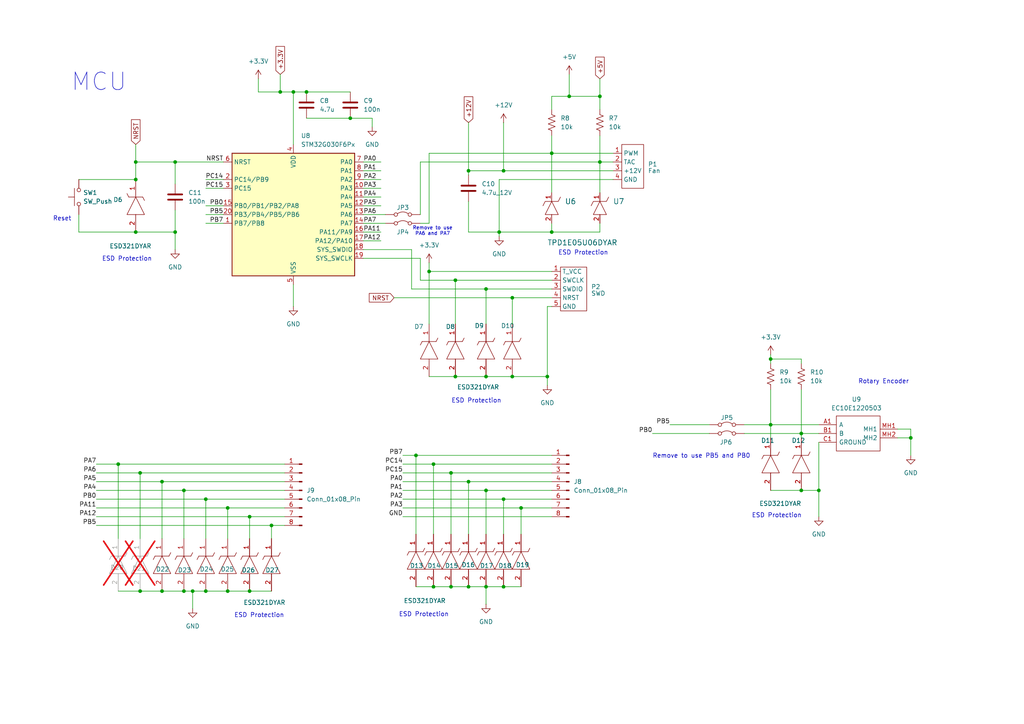
<source format=kicad_sch>
(kicad_sch (version 20231120) (generator "eeschema") (generator_version "8.0")
  (paper "A4")
  (title_block (title "PC Fan Control") (rev "v01") (comment 2 "Author: Simon Chang"))
  (junction (at 132.08 109.22))
  (junction (at 46.99 139.7))
  (junction (at 173.99 46.99))
  (junction (at 66.04 147.32))
  (junction (at 158.75 109.22))
  (junction (at 160.02 44.45))
  (junction (at 101.6 34.29))
  (junction (at 66.04 171.45))
  (junction (at 140.97 170.18))
  (junction (at 135.89 49.53))
  (junction (at 135.89 139.7))
  (junction (at 146.05 170.18))
  (junction (at 125.73 134.62))
  (junction (at 151.13 147.32))
  (junction (at 78.74 152.4))
  (junction (at 132.08 81.28))
  (junction (at 165.1 27.94))
  (junction (at 72.39 149.86))
  (junction (at 237.49 142.24))
  (junction (at 148.59 109.22))
  (junction (at 173.99 27.94))
  (junction (at 72.39 171.45))
  (junction (at 130.81 137.16))
  (junction (at 40.64 137.16))
  (junction (at 120.65 132.08))
  (junction (at 88.9 26.67))
  (junction (at 85.09 26.67))
  (junction (at 39.37 46.99))
  (junction (at 46.99 171.45))
  (junction (at 125.73 170.18))
  (junction (at 232.41 125.73))
  (junction (at 34.29 134.62))
  (junction (at 130.81 170.18))
  (junction (at 53.34 171.45))
  (junction (at 124.46 78.74))
  (junction (at 223.52 123.19))
  (junction (at 59.69 144.78))
  (junction (at 140.97 109.22))
  (junction (at 223.52 104.14))
  (junction (at 59.69 171.45))
  (junction (at 232.41 142.24))
  (junction (at 39.37 67.31))
  (junction (at 53.34 142.24))
  (junction (at 81.28 26.67))
  (junction (at 40.64 171.45))
  (junction (at 146.05 49.53))
  (junction (at 160.02 67.31))
  (junction (at 140.97 83.82))
  (junction (at 135.89 170.18))
  (junction (at 148.59 86.36))
  (junction (at 50.8 46.99))
  (junction (at 146.05 144.78))
  (junction (at 50.8 67.31))
  (junction (at 140.97 142.24))
  (junction (at 39.37 52.07))
  (junction (at 144.78 67.31))
  (junction (at 264.16 127))
  (junction (at 55.88 171.45))
  (wire (pts (xy 135.89 139.7) (xy 160.02 139.7)))
  (wire (pts (xy 124.46 64.77) (xy 124.46 44.45)))
  (wire (pts (xy 144.78 52.07) (xy 144.78 67.31)))
  (wire (pts (xy 232.41 113.03) (xy 232.41 125.73)))
  (wire (pts (xy 59.69 144.78) (xy 59.69 156.21)))
  (wire (pts (xy 66.04 147.32) (xy 66.04 156.21)))
  (wire (pts (xy 130.81 137.16) (xy 160.02 137.16)))
  (wire (pts (xy 59.69 64.77) (xy 64.77 64.77)))
  (wire (pts (xy 120.65 132.08) (xy 160.02 132.08)))
  (wire (pts (xy 160.02 27.94) (xy 165.1 27.94)))
  (wire (pts (xy 105.41 52.07) (xy 110.49 52.07)))
  (wire (pts (xy 85.09 26.67) (xy 88.9 26.67)))
  (wire (pts (xy 173.99 46.99) (xy 177.8 46.99)))
  (wire (pts (xy 105.41 54.61) (xy 110.49 54.61)))
  (wire (pts (xy 27.94 149.86) (xy 72.39 149.86)))
  (wire (pts (xy 39.37 41.91) (xy 39.37 46.99)))
  (wire (pts (xy 144.78 52.07) (xy 177.8 52.07)))
  (wire (pts (xy 132.08 81.28) (xy 160.02 81.28)))
  (wire (pts (xy 22.86 67.31) (xy 39.37 67.31)))
  (wire (pts (xy 72.39 149.86) (xy 72.39 156.21)))
  (wire (pts (xy 50.8 60.96) (xy 50.8 67.31)))
  (wire (pts (xy 27.94 137.16) (xy 40.64 137.16)))
  (wire (pts (xy 160.02 67.31) (xy 173.99 67.31)))
  (wire (pts (xy 135.89 170.18) (xy 140.97 170.18)))
  (wire (pts (xy 173.99 39.37) (xy 173.99 46.99)))
  (wire (pts (xy 101.6 34.29) (xy 107.95 34.29)))
  (wire (pts (xy 116.84 149.86) (xy 160.02 149.86)))
  (wire (pts (xy 120.65 132.08) (xy 120.65 154.94)))
  (wire (pts (xy 215.9 123.19) (xy 223.52 123.19)))
  (wire (pts (xy 148.59 86.36) (xy 160.02 86.36)))
  (wire (pts (xy 151.13 147.32) (xy 151.13 154.94)))
  (wire (pts (xy 160.02 44.45) (xy 160.02 55.88)))
  (wire (pts (xy 85.09 41.91) (xy 85.09 26.67)))
  (wire (pts (xy 59.69 52.07) (xy 64.77 52.07)))
  (wire (pts (xy 27.94 134.62) (xy 34.29 134.62)))
  (wire (pts (xy 140.97 170.18) (xy 140.97 175.26)))
  (wire (pts (xy 124.46 44.45) (xy 160.02 44.45)))
  (wire (pts (xy 223.52 113.03) (xy 223.52 123.19)))
  (wire (pts (xy 144.78 68.58) (xy 144.78 67.31)))
  (wire (pts (xy 34.29 171.45) (xy 40.64 171.45)))
  (wire (pts (xy 135.89 67.31) (xy 144.78 67.31)))
  (wire (pts (xy 46.99 139.7) (xy 46.99 156.21)))
  (wire (pts (xy 173.99 46.99) (xy 173.99 55.88)))
  (wire (pts (xy 260.35 124.46) (xy 264.16 124.46)))
  (wire (pts (xy 105.41 64.77) (xy 111.76 64.77)))
  (wire (pts (xy 105.41 59.69) (xy 110.49 59.69)))
  (wire (pts (xy 22.86 62.23) (xy 22.86 67.31)))
  (wire (pts (xy 125.73 134.62) (xy 125.73 154.94)))
  (wire (pts (xy 53.34 142.24) (xy 53.34 156.21)))
  (wire (pts (xy 119.38 83.82) (xy 119.38 72.39)))
  (wire (pts (xy 132.08 81.28) (xy 132.08 93.98)))
  (wire (pts (xy 148.59 86.36) (xy 148.59 93.98)))
  (wire (pts (xy 59.69 171.45) (xy 66.04 171.45)))
  (wire (pts (xy 223.52 123.19) (xy 223.52 127)))
  (wire (pts (xy 116.84 137.16) (xy 130.81 137.16)))
  (wire (pts (xy 151.13 147.32) (xy 160.02 147.32)))
  (wire (pts (xy 105.41 57.15) (xy 110.49 57.15)))
  (wire (pts (xy 105.41 67.31) (xy 110.49 67.31)))
  (wire (pts (xy 27.94 152.4) (xy 78.74 152.4)))
  (wire (pts (xy 135.89 35.56) (xy 135.89 49.53)))
  (wire (pts (xy 140.97 142.24) (xy 160.02 142.24)))
  (wire (pts (xy 130.81 170.18) (xy 125.73 170.18)))
  (wire (pts (xy 114.3 86.36) (xy 148.59 86.36)))
  (wire (pts (xy 140.97 83.82) (xy 160.02 83.82)))
  (wire (pts (xy 27.94 144.78) (xy 59.69 144.78)))
  (wire (pts (xy 223.52 104.14) (xy 223.52 105.41)))
  (wire (pts (xy 189.23 125.73) (xy 205.74 125.73)))
  (wire (pts (xy 72.39 171.45) (xy 78.74 171.45)))
  (wire (pts (xy 264.16 127) (xy 264.16 132.08)))
  (wire (pts (xy 124.46 109.22) (xy 132.08 109.22)))
  (wire (pts (xy 116.84 139.7) (xy 135.89 139.7)))
  (wire (pts (xy 81.28 21.59) (xy 81.28 26.67)))
  (wire (pts (xy 160.02 27.94) (xy 160.02 31.75)))
  (wire (pts (xy 40.64 171.45) (xy 46.99 171.45)))
  (wire (pts (xy 116.84 132.08) (xy 120.65 132.08)))
  (wire (pts (xy 53.34 142.24) (xy 82.55 142.24)))
  (wire (pts (xy 121.92 64.77) (xy 124.46 64.77)))
  (wire (pts (xy 59.69 144.78) (xy 82.55 144.78)))
  (wire (pts (xy 148.59 109.22) (xy 158.75 109.22)))
  (wire (pts (xy 40.64 137.16) (xy 40.64 156.21)))
  (wire (pts (xy 146.05 144.78) (xy 146.05 154.94)))
  (wire (pts (xy 144.78 67.31) (xy 160.02 67.31)))
  (wire (pts (xy 140.97 154.94) (xy 140.97 142.24)))
  (wire (pts (xy 130.81 154.94) (xy 130.81 137.16)))
  (wire (pts (xy 74.93 26.67) (xy 74.93 22.86)))
  (wire (pts (xy 27.94 147.32) (xy 66.04 147.32)))
  (wire (pts (xy 116.84 134.62) (xy 125.73 134.62)))
  (wire (pts (xy 158.75 88.9) (xy 158.75 109.22)))
  (wire (pts (xy 105.41 62.23) (xy 111.76 62.23)))
  (wire (pts (xy 88.9 26.67) (xy 101.6 26.67)))
  (wire (pts (xy 125.73 134.62) (xy 160.02 134.62)))
  (wire (pts (xy 173.99 22.86) (xy 173.99 27.94)))
  (wire (pts (xy 160.02 39.37) (xy 160.02 44.45)))
  (wire (pts (xy 232.41 104.14) (xy 232.41 105.41)))
  (wire (pts (xy 88.9 34.29) (xy 101.6 34.29)))
  (wire (pts (xy 160.02 88.9) (xy 158.75 88.9)))
  (wire (pts (xy 105.41 74.93) (xy 121.92 74.93)))
  (wire (pts (xy 232.41 127) (xy 232.41 125.73)))
  (wire (pts (xy 173.99 64.77) (xy 173.99 67.31)))
  (wire (pts (xy 39.37 46.99) (xy 50.8 46.99)))
  (wire (pts (xy 260.35 127) (xy 264.16 127)))
  (wire (pts (xy 121.92 81.28) (xy 132.08 81.28)))
  (wire (pts (xy 59.69 62.23) (xy 64.77 62.23)))
  (wire (pts (xy 124.46 76.2) (xy 124.46 78.74)))
  (wire (pts (xy 135.89 49.53) (xy 146.05 49.53)))
  (wire (pts (xy 50.8 53.34) (xy 50.8 46.99)))
  (wire (pts (xy 151.13 170.18) (xy 146.05 170.18)))
  (wire (pts (xy 165.1 21.59) (xy 165.1 27.94)))
  (wire (pts (xy 59.69 59.69) (xy 64.77 59.69)))
  (wire (pts (xy 237.49 142.24) (xy 237.49 149.86)))
  (wire (pts (xy 223.52 142.24) (xy 232.41 142.24)))
  (wire (pts (xy 78.74 152.4) (xy 82.55 152.4)))
  (wire (pts (xy 66.04 171.45) (xy 72.39 171.45)))
  (wire (pts (xy 215.9 125.73) (xy 232.41 125.73)))
  (wire (pts (xy 50.8 46.99) (xy 64.77 46.99)))
  (wire (pts (xy 125.73 170.18) (xy 120.65 170.18)))
  (wire (pts (xy 55.88 171.45) (xy 59.69 171.45)))
  (wire (pts (xy 124.46 78.74) (xy 160.02 78.74)))
  (wire (pts (xy 223.52 104.14) (xy 232.41 104.14)))
  (wire (pts (xy 39.37 46.99) (xy 39.37 52.07)))
  (wire (pts (xy 140.97 83.82) (xy 140.97 93.98)))
  (wire (pts (xy 223.52 123.19) (xy 237.49 123.19)))
  (wire (pts (xy 22.86 52.07) (xy 39.37 52.07)))
  (wire (pts (xy 146.05 144.78) (xy 160.02 144.78)))
  (wire (pts (xy 173.99 27.94) (xy 173.99 31.75)))
  (wire (pts (xy 135.89 139.7) (xy 135.89 154.94)))
  (wire (pts (xy 140.97 109.22) (xy 148.59 109.22)))
  (wire (pts (xy 194.31 123.19) (xy 205.74 123.19)))
  (wire (pts (xy 46.99 171.45) (xy 53.34 171.45)))
  (wire (pts (xy 105.41 46.99) (xy 110.49 46.99)))
  (wire (pts (xy 121.92 46.99) (xy 173.99 46.99)))
  (wire (pts (xy 223.52 102.87) (xy 223.52 104.14)))
  (wire (pts (xy 116.84 147.32) (xy 151.13 147.32)))
  (wire (pts (xy 146.05 49.53) (xy 177.8 49.53)))
  (wire (pts (xy 72.39 149.86) (xy 82.55 149.86)))
  (wire (pts (xy 66.04 147.32) (xy 82.55 147.32)))
  (wire (pts (xy 40.64 137.16) (xy 82.55 137.16)))
  (wire (pts (xy 232.41 142.24) (xy 237.49 142.24)))
  (wire (pts (xy 160.02 64.77) (xy 160.02 67.31)))
  (wire (pts (xy 85.09 26.67) (xy 81.28 26.67)))
  (wire (pts (xy 105.41 49.53) (xy 110.49 49.53)))
  (wire (pts (xy 59.69 54.61) (xy 64.77 54.61)))
  (wire (pts (xy 132.08 109.22) (xy 140.97 109.22)))
  (wire (pts (xy 53.34 171.45) (xy 55.88 171.45)))
  (wire (pts (xy 34.29 134.62) (xy 34.29 156.21)))
  (wire (pts (xy 121.92 62.23) (xy 121.92 46.99)))
  (wire (pts (xy 146.05 170.18) (xy 140.97 170.18)))
  (wire (pts (xy 55.88 171.45) (xy 55.88 176.53)))
  (wire (pts (xy 34.29 134.62) (xy 82.55 134.62)))
  (wire (pts (xy 116.84 144.78) (xy 146.05 144.78)))
  (wire (pts (xy 81.28 26.67) (xy 74.93 26.67)))
  (wire (pts (xy 121.92 74.93) (xy 121.92 81.28)))
  (wire (pts (xy 107.95 34.29) (xy 107.95 36.83)))
  (wire (pts (xy 232.41 125.73) (xy 237.49 125.73)))
  (wire (pts (xy 165.1 27.94) (xy 173.99 27.94)))
  (wire (pts (xy 27.94 142.24) (xy 53.34 142.24)))
  (wire (pts (xy 27.94 139.7) (xy 46.99 139.7)))
  (wire (pts (xy 46.99 139.7) (xy 82.55 139.7)))
  (wire (pts (xy 116.84 142.24) (xy 140.97 142.24)))
  (wire (pts (xy 135.89 58.42) (xy 135.89 67.31)))
  (wire (pts (xy 105.41 72.39) (xy 119.38 72.39)))
  (wire (pts (xy 160.02 44.45) (xy 177.8 44.45)))
  (wire (pts (xy 39.37 67.31) (xy 50.8 67.31)))
  (wire (pts (xy 78.74 152.4) (xy 78.74 156.21)))
  (wire (pts (xy 237.49 128.27) (xy 237.49 142.24)))
  (wire (pts (xy 119.38 83.82) (xy 140.97 83.82)))
  (wire (pts (xy 50.8 67.31) (xy 50.8 72.39)))
  (wire (pts (xy 85.09 82.55) (xy 85.09 88.9)))
  (wire (pts (xy 264.16 124.46) (xy 264.16 127)))
  (wire (pts (xy 158.75 109.22) (xy 158.75 111.76)))
  (wire (pts (xy 146.05 35.56) (xy 146.05 49.53)))
  (wire (pts (xy 105.41 69.85) (xy 110.49 69.85)))
  (wire (pts (xy 124.46 78.74) (xy 124.46 93.98)))
  (wire (pts (xy 135.89 49.53) (xy 135.89 50.8)))
  (wire (pts (xy 135.89 170.18) (xy 130.81 170.18)))
  (text "ESD Protection" (at 225.298 149.606 0) (effects (font (size 1.27 1.27))))
  (text "Remove to use\nPA6 and PA7" (at 125.476 67.056 0) (effects (font (size 1.016 1.016))))
  (text "ESD Protection" (at 138.176 116.332 0) (effects (font (size 1.27 1.27))))
  (text "Rotary Encoder" (at 256.286 110.744 0) (effects (font (size 1.27 1.27))))
  (text "MCU" (at 28.702 23.876 0) (effects (font (size 5.08 5.08))))
  (text "Remove to use PB5 and PB0" (at 203.454 132.334 0) (effects (font (size 1.27 1.27))))
  (text "ESD Protection" (at 122.936 178.308 0) (effects (font (size 1.27 1.27))))
  (text "ESD Protection" (at 169.164 73.406 0) (effects (font (size 1.27 1.27))))
  (text "ESD Protection" (at 36.83 75.184 0) (effects (font (size 1.27 1.27))))
  (text "ESD Protection" (at 75.184 178.562 0) (effects (font (size 1.27 1.27))))
  (text "Reset" (at 18.034 63.5 0) (effects (font (size 1.27 1.27))))
  (label "PC15" (at 64.77 54.61 180))
  (label "PA4" (at 105.41 57.15 0))
  (label "PB0" (at 64.77 59.69 180))
  (label "PB0" (at 189.23 125.73 180))
  (label "PA5" (at 27.94 139.7 180))
  (label "PA2" (at 105.41 52.07 0))
  (label "PA12" (at 105.41 69.85 0))
  (label "PB5" (at 27.94 152.4 180))
  (label "PA11" (at 27.94 147.32 180))
  (label "PA1" (at 105.41 49.53 0))
  (label "PA11" (at 105.41 67.31 0))
  (label "PA4" (at 27.94 142.24 180))
  (label "PA0" (at 116.84 139.7 180))
  (label "PB0" (at 27.94 144.78 180))
  (label "PA3" (at 116.84 147.32 180))
  (label "PB7" (at 116.84 132.08 180))
  (label "PC15" (at 116.84 137.16 180))
  (label "PB5" (at 194.31 123.19 180))
  (label "PA6" (at 27.94 137.16 180))
  (label "PA1" (at 116.84 142.24 180))
  (label "PA5" (at 105.41 59.69 0))
  (label "PB5" (at 64.77 62.23 180))
  (label "PA7" (at 27.94 134.62 180))
  (label "NRST" (at 64.77 46.99 180))
  (label "PA6" (at 105.41 62.23 0))
  (label "PC14" (at 116.84 134.62 180))
  (label "GND" (at 116.84 149.86 180))
  (label "PC14" (at 64.77 52.07 180))
  (label "PB7" (at 64.77 64.77 180))
  (label "PA0" (at 105.41 46.99 0))
  (label "PA3" (at 105.41 54.61 0))
  (label "PA2" (at 116.84 144.78 180))
  (label "PA7" (at 105.41 64.77 0))
  (label "PA12" (at 27.94 149.86 180))
  (global_label "NRST" (shape input) (at 39.37 41.91 90) (property "Intersheetrefs" "${INTERSHEET_REFS}" (effects (hide yes))))
  (global_label "+3.3V" (shape input) (at 81.28 21.59 90) (property "Intersheetrefs" "${INTERSHEET_REFS}" (effects (hide yes))))
  (global_label "NRST" (shape input) (at 114.3 86.36 180) (property "Intersheetrefs" "${INTERSHEET_REFS}" (effects (hide yes))))
  (global_label "+12V" (shape input) (at 135.89 35.56 90) (property "Intersheetrefs" "${INTERSHEET_REFS}" (effects (hide yes))))
  (global_label "+5V" (shape input) (at 173.99 22.86 90) (property "Intersheetrefs" "${INTERSHEET_REFS}" (effects (hide yes))))
  (symbol (lib_id "Device:C") (at 101.6 30.48 0) (unit 1)
    (property "Reference" "C9" (at 105.41 29.2099 0) (effects (justify left)))
    (property "Value" "100n" (at 105.41 31.7499 0) (effects (justify left)))
    (property "Footprint" "Capacitor_SMD:C_0805_2012Metric_Pad1.18x1.45mm_HandSolder" (effects (hide yes)))
    (property "Datasheet" "https://www.mouser.tw/datasheet/2/40/KGM_X7R-3223212.pdf" (effects (hide yes)))
    (property "Description" "KYOCERA AVX KGM21NR71E104KT" (effects (hide yes)))
  )
  (symbol (lib_id "Connector:Conn_01x08_Pin") (at 87.63 142.24 0) (mirror y) (unit 1)
    (property "Reference" "J9" (at 88.9 142.2399 0) (effects (justify right)))
    (property "Value" "Conn_01x08_Pin" (at 88.9 144.7799 0) (effects (justify right)))
    (property "Footprint" "Connector_PinSocket_2.54mm:PinSocket_1x08_P2.54mm_Vertical" (effects (hide yes)))
    (property "Description" "Generic connector, single row, 01x08, script generated" (effects (hide yes)))
  )
  (symbol (lib_id "Simon_Library:ESD321DYAR") (at 124.46 93.98 270) (unit 1)
    (property "Reference" "D7" (at 120.142 94.742 90) (effects (justify left)))
    (property "Value" "ESD321DYAR" (effects (hide yes)))
    (property "Footprint" "Simon_Library:SOT (SOD-523)_Ti_DYA" (effects (hide yes)))
    (property "Description" "6.3V (Typ) Clamp 6A (8/20s) Ipp Tvs Diode Surface Mount SOT-5X3" (effects (hide yes)))
    (property "Description_1" "6.3V (Typ) Clamp 6A (8/20s) Ipp Tvs Diode Surface Mount SOT-5X3" (effects (hide yes)))
    (property "Height" "0.77" (effects (hide yes)))
    (property "Mouser Part Number" "595-ESD321DYAR" (effects (hide yes)))
    (property "Mouser Price/Stock" "https://www.mouser.co.uk/ProductDetail/Texas-Instruments/ESD321DYAR?qs=rQFj71Wb1eXoYwRMra0IYA%3D%3D" (effects (hide yes)))
    (property "Manufacturer_Name" "Texas Instruments" (effects (hide yes)))
    (property "Manufacturer_Part_Number" "ESD321DYAR" (effects (hide yes)))
  )
  (symbol (lib_id "power:GND") (at 50.8 72.39 0) (unit 1)
    (property "Reference" "#PWR017" (effects (hide yes)))
    (property "Value" "GND" (at 50.8 77.47 0))
    (property "Description" "Power symbol creates a global label with name \"GND\" , ground" (effects (hide yes)))
  )
  (symbol (lib_id "Device:C") (at 88.9 30.48 0) (unit 1)
    (property "Reference" "C8" (at 92.71 29.2099 0) (effects (justify left)))
    (property "Value" "4.7u" (at 92.71 31.7499 0) (effects (justify left)))
    (property "Footprint" "Capacitor_SMD:C_0805_2012Metric_Pad1.18x1.45mm_HandSolder" (effects (hide yes)))
    (property "Datasheet" "https://www.mouser.tw/datasheet/2/281/1/GRM21BR71A475KE51_01A-1986867.pdf" (effects (hide yes)))
    (property "Description" "Murata Electronics GRM21BR71A475KE51L" (effects (hide yes)))
  )
  (symbol (lib_name "ESD321DYAR_1") (lib_id "Simon_Library:ESD321DYAR") (at 34.29 156.21 270) (unit 1) (dnp yes)
    (property "Reference" "D20" (at 32.004 164.592 90) (effects (justify left)))
    (property "Value" "ESD321DYAR" (effects (hide yes)))
    (property "Footprint" "Simon_Library:SOT (SOD-523)_Ti_DYA" (effects (hide yes)))
    (property "Description" "6.3V (Typ) Clamp 6A (8/20s) Ipp Tvs Diode Surface Mount SOT-5X3" (effects (hide yes)))
    (property "Description_1" "6.3V (Typ) Clamp 6A (8/20s) Ipp Tvs Diode Surface Mount SOT-5X3" (effects (hide yes)))
    (property "Height" "0.77" (effects (hide yes)))
    (property "Mouser Part Number" "595-ESD321DYAR" (effects (hide yes)))
    (property "Mouser Price/Stock" "https://www.mouser.co.uk/ProductDetail/Texas-Instruments/ESD321DYAR?qs=rQFj71Wb1eXoYwRMra0IYA%3D%3D" (effects (hide yes)))
    (property "Manufacturer_Name" "Texas Instruments" (effects (hide yes)))
    (property "Manufacturer_Part_Number" "ESD321DYAR" (effects (hide yes)))
  )
  (symbol (lib_name "ESD321DYAR_1") (lib_id "Simon_Library:ESD321DYAR") (at 120.65 154.94 270) (unit 1)
    (property "Reference" "D13" (at 118.872 164.084 90) (effects (justify left)))
    (property "Value" "ESD321DYAR" (at 117.094 174.244 90) (effects (justify left)))
    (property "Footprint" "Simon_Library:SOT (SOD-523)_Ti_DYA" (effects (hide yes)))
    (property "Description" "6.3V (Typ) Clamp 6A (8/20s) Ipp Tvs Diode Surface Mount SOT-5X3" (effects (hide yes)))
    (property "Description_1" "6.3V (Typ) Clamp 6A (8/20s) Ipp Tvs Diode Surface Mount SOT-5X3" (effects (hide yes)))
    (property "Height" "0.77" (effects (hide yes)))
    (property "Mouser Part Number" "595-ESD321DYAR" (effects (hide yes)))
    (property "Mouser Price/Stock" "https://www.mouser.co.uk/ProductDetail/Texas-Instruments/ESD321DYAR?qs=rQFj71Wb1eXoYwRMra0IYA%3D%3D" (effects (hide yes)))
    (property "Manufacturer_Name" "Texas Instruments" (effects (hide yes)))
    (property "Manufacturer_Part_Number" "ESD321DYAR" (effects (hide yes)))
  )
  (symbol (lib_id "MCU_ST_STM32G0:STM32G030F6Px") (at 85.09 62.23 0) (unit 1)
    (property "Reference" "U8" (at 87.2841 39.37 0) (effects (justify left)))
    (property "Value" "STM32G030F6Px" (at 87.2841 41.91 0) (effects (justify left)))
    (property "Footprint" "Package_SO:TSSOP-20_4.4x6.5mm_P0.65mm" (effects (hide yes)))
    (property "Datasheet" "https://www.st.com/resource/en/datasheet/stm32g030f6.pdf" (effects (hide yes)))
    (property "Description" "STMicroelectronics Arm Cortex-M0+ MCU, 32KB flash, 8KB RAM, 64 MHz, 2.0-3.6V, 17 GPIO, TSSOP20" (effects (hide yes)))
    (pin "18" (alternate "SYS_SWDIO"))
    (pin "19" (alternate "SYS_SWCLK"))
  )
  (symbol (lib_id "power:+3.3V") (at 74.93 22.86 0) (unit 1)
    (property "Reference" "#PWR012" (effects (hide yes)))
    (property "Value" "+3.3V" (at 74.93 17.78 0))
    (property "Description" "Power symbol creates a global label with name \"+3.3V\"" (effects (hide yes)))
  )
  (symbol (lib_id "Simon_Library:Connector_SWD") (at 163.83 82.55 0) (unit 1) (in_bom no)
    (property "Reference" "P2" (at 171.45 83.1849 0) (effects (justify left)))
    (property "Value" "SWD" (at 171.45 85.09 0) (effects (justify left)))
    (property "Footprint" "Connector_PinHeader_2.54mm:PinHeader_1x05_P2.54mm_Vertical" (effects (hide yes)))
  )
  (symbol (lib_id "Device:R_US") (at 173.99 35.56 0) (unit 1)
    (property "Reference" "R7" (at 176.53 34.2899 0) (effects (justify left)))
    (property "Value" "10k" (at 176.53 36.8299 0) (effects (justify left)))
    (property "Footprint" "Resistor_SMD:R_0805_2012Metric_Pad1.20x1.40mm_HandSolder" (effects (hide yes)))
    (property "Description" "YAGEO RC0805FR-1010KL" (effects (hide yes)))
  )
  (symbol (lib_id "Jumper:Jumper_2_Bridged") (at 210.82 123.19 0) (unit 1) (exclude_from_sim yes)
    (property "Reference" "JP5" (at 210.82 121.158 0))
    (property "Value" "Jumper_2_Bridged" (effects (hide yes)))
    (property "Footprint" "Connector_PinHeader_2.54mm:PinHeader_1x02_P2.54mm_Vertical" (effects (hide yes)))
    (property "Description" "Jumper, 2-pole, closed/bridged" (effects (hide yes)))
  )
  (symbol (lib_id "Device:C") (at 50.8 57.15 0) (unit 1)
    (property "Reference" "C11" (at 54.61 55.8799 0) (effects (justify left)))
    (property "Value" "100n" (at 54.61 58.4199 0) (effects (justify left)))
    (property "Footprint" "Capacitor_SMD:C_0805_2012Metric_Pad1.18x1.45mm_HandSolder" (effects (hide yes)))
    (property "Datasheet" "https://www.mouser.tw/datasheet/2/40/KGM_X7R-3223212.pdf" (effects (hide yes)))
    (property "Description" "KYOCERA AVX KGM21NR71E104KT" (effects (hide yes)))
  )
  (symbol (lib_name "ESD321DYAR_1") (lib_id "Simon_Library:ESD321DYAR") (at 130.81 154.94 270) (unit 1)
    (property "Reference" "D15" (at 129.032 164.084 90) (effects (justify left)))
    (property "Value" "ESD321DYAR" (effects (hide yes)))
    (property "Footprint" "Simon_Library:SOT (SOD-523)_Ti_DYA" (effects (hide yes)))
    (property "Description" "6.3V (Typ) Clamp 6A (8/20s) Ipp Tvs Diode Surface Mount SOT-5X3" (effects (hide yes)))
    (property "Description_1" "6.3V (Typ) Clamp 6A (8/20s) Ipp Tvs Diode Surface Mount SOT-5X3" (effects (hide yes)))
    (property "Height" "0.77" (effects (hide yes)))
    (property "Mouser Part Number" "595-ESD321DYAR" (effects (hide yes)))
    (property "Mouser Price/Stock" "https://www.mouser.co.uk/ProductDetail/Texas-Instruments/ESD321DYAR?qs=rQFj71Wb1eXoYwRMra0IYA%3D%3D" (effects (hide yes)))
    (property "Manufacturer_Name" "Texas Instruments" (effects (hide yes)))
    (property "Manufacturer_Part_Number" "ESD321DYAR" (effects (hide yes)))
  )
  (symbol (lib_id "power:GND") (at 107.95 36.83 0) (unit 1)
    (property "Reference" "#PWR015" (effects (hide yes)))
    (property "Value" "GND" (at 107.95 41.91 0))
    (property "Description" "Power symbol creates a global label with name \"GND\" , ground" (effects (hide yes)))
  )
  (symbol (lib_id "Jumper:Jumper_2_Bridged") (at 210.82 125.73 0) (unit 1) (exclude_from_sim yes)
    (property "Reference" "JP6" (at 210.566 128.27 0))
    (property "Value" "Jumper_2_Bridged" (effects (hide yes)))
    (property "Footprint" "Connector_PinHeader_2.54mm:PinHeader_1x02_P2.54mm_Vertical" (effects (hide yes)))
    (property "Description" "Jumper, 2-pole, closed/bridged" (effects (hide yes)))
  )
  (symbol (lib_name "ESD321DYAR_1") (lib_id "Simon_Library:ESD321DYAR") (at 135.89 154.94 270) (unit 1)
    (property "Reference" "D16" (at 133.858 163.83 90) (effects (justify left)))
    (property "Value" "ESD321DYAR" (effects (hide yes)))
    (property "Footprint" "Simon_Library:SOT (SOD-523)_Ti_DYA" (effects (hide yes)))
    (property "Description" "6.3V (Typ) Clamp 6A (8/20s) Ipp Tvs Diode Surface Mount SOT-5X3" (effects (hide yes)))
    (property "Description_1" "6.3V (Typ) Clamp 6A (8/20s) Ipp Tvs Diode Surface Mount SOT-5X3" (effects (hide yes)))
    (property "Height" "0.77" (effects (hide yes)))
    (property "Mouser Part Number" "595-ESD321DYAR" (effects (hide yes)))
    (property "Mouser Price/Stock" "https://www.mouser.co.uk/ProductDetail/Texas-Instruments/ESD321DYAR?qs=rQFj71Wb1eXoYwRMra0IYA%3D%3D" (effects (hide yes)))
    (property "Manufacturer_Name" "Texas Instruments" (effects (hide yes)))
    (property "Manufacturer_Part_Number" "ESD321DYAR" (effects (hide yes)))
  )
  (symbol (lib_id "power:GND") (at 158.75 111.76 0) (unit 1)
    (property "Reference" "#PWR021" (effects (hide yes)))
    (property "Value" "GND" (at 158.75 116.84 0))
    (property "Description" "Power symbol creates a global label with name \"GND\" , ground" (effects (hide yes)))
  )
  (symbol (lib_id "Device:R_US") (at 232.41 109.22 0) (unit 1)
    (property "Reference" "R10" (at 234.95 107.9499 0) (effects (justify left)))
    (property "Value" "10k" (at 234.95 110.4899 0) (effects (justify left)))
    (property "Footprint" "Resistor_SMD:R_0805_2012Metric_Pad1.20x1.40mm_HandSolder" (effects (hide yes)))
    (property "Description" "YAGEO RC0805FR-1010KL" (effects (hide yes)))
  )
  (symbol (lib_name "ESD321DYAR_1") (lib_id "Simon_Library:ESD321DYAR") (at 78.74 156.21 270) (unit 1)
    (property "Reference" "D27" (at 76.962 165.354 90) (effects (justify left)))
    (property "Value" "ESD321DYAR" (at 70.612 174.752 90) (effects (justify left)))
    (property "Footprint" "Simon_Library:SOT (SOD-523)_Ti_DYA" (effects (hide yes)))
    (property "Description" "6.3V (Typ) Clamp 6A (8/20s) Ipp Tvs Diode Surface Mount SOT-5X3" (effects (hide yes)))
    (property "Description_1" "6.3V (Typ) Clamp 6A (8/20s) Ipp Tvs Diode Surface Mount SOT-5X3" (effects (hide yes)))
    (property "Height" "0.77" (effects (hide yes)))
    (property "Mouser Part Number" "595-ESD321DYAR" (effects (hide yes)))
    (property "Mouser Price/Stock" "https://www.mouser.co.uk/ProductDetail/Texas-Instruments/ESD321DYAR?qs=rQFj71Wb1eXoYwRMra0IYA%3D%3D" (effects (hide yes)))
    (property "Manufacturer_Name" "Texas Instruments" (effects (hide yes)))
    (property "Manufacturer_Part_Number" "ESD321DYAR" (effects (hide yes)))
  )
  (symbol (lib_id "Simon_Library:ESD321DYAR") (at 132.08 93.98 270) (unit 1)
    (property "Reference" "D8" (at 129.286 94.742 90) (effects (justify left)))
    (property "Value" "ESD321DYAR" (at 132.588 112.268 90) (effects (justify left)))
    (property "Footprint" "Simon_Library:SOT (SOD-523)_Ti_DYA" (effects (hide yes)))
    (property "Description" "6.3V (Typ) Clamp 6A (8/20s) Ipp Tvs Diode Surface Mount SOT-5X3" (effects (hide yes)))
    (property "Description_1" "6.3V (Typ) Clamp 6A (8/20s) Ipp Tvs Diode Surface Mount SOT-5X3" (effects (hide yes)))
    (property "Height" "0.77" (effects (hide yes)))
    (property "Mouser Part Number" "595-ESD321DYAR" (effects (hide yes)))
    (property "Mouser Price/Stock" "https://www.mouser.co.uk/ProductDetail/Texas-Instruments/ESD321DYAR?qs=rQFj71Wb1eXoYwRMra0IYA%3D%3D" (effects (hide yes)))
    (property "Manufacturer_Name" "Texas Instruments" (effects (hide yes)))
    (property "Manufacturer_Part_Number" "ESD321DYAR" (effects (hide yes)))
  )
  (symbol (lib_id "Simon_Library:EC10E1220503") (at 248.92 124.46 0) (unit 1)
    (property "Reference" "U9" (at 248.412 115.824 0))
    (property "Value" "EC10E1220503" (at 248.412 118.364 0))
    (property "Footprint" "Simon_Library:EC10E1220503" (effects (hide yes)))
    (property "Datasheet" "https://tech.alpsalpine.com/assets/products/catalog/ec10e.en.pdf" (effects (hide yes)))
    (property "Description" "Alps Alpine EC10E1220503" (effects (hide yes)))
    (property "Description_1" "Alps Alpine 12 Pulse Incremental Mechanical Rotary Encoder with a 3.6 mm Hollow Shaft (Not Indexed), Through Hole" (effects (hide yes)))
    (property "Height" "14.6" (effects (hide yes)))
    (property "Mouser Part Number" "688-EC10E1220503" (effects (hide yes)))
    (property "Mouser Price/Stock" "https://www.mouser.co.uk/ProductDetail/Alps-Alpine/EC10E1220503?qs=6EGMNY9ZYDR3V6AJfd9I6g%3D%3D" (effects (hide yes)))
    (property "Manufacturer_Name" "ALPS Electric" (effects (hide yes)))
    (property "Manufacturer_Part_Number" "EC10E1220503" (effects (hide yes)))
  )
  (symbol (lib_id "power:GND") (at 237.49 149.86 0) (unit 1)
    (property "Reference" "#PWR023" (effects (hide yes)))
    (property "Value" "GND" (at 237.49 154.94 0))
    (property "Description" "Power symbol creates a global label with name \"GND\" , ground" (effects (hide yes)))
  )
  (symbol (lib_id "Simon_Library:TPD1E05U06DYAR") (at 173.99 59.69 270) (unit 1)
    (property "Reference" "U7" (at 177.8 58.4199 90) (effects (font (size 1.524 1.524)) (justify left)))
    (property "Value" "TPD1E05U06DYAR" (effects (hide yes)))
    (property "Footprint" "Simon_Library:SOT5x3_DYA_TEX" (effects (hide yes)))
    (property "Datasheet" "TPD1E05U06DYAR" (effects (hide yes)))
    (property "Description" "Ti TPD1E05U06DYAR" (effects (hide yes)))
  )
  (symbol (lib_id "power:+5V") (at 165.1 21.59 0) (unit 1)
    (property "Reference" "#PWR09" (effects (hide yes)))
    (property "Value" "+5V" (at 165.1 16.51 0))
    (property "Description" "Power symbol creates a global label with name \"+5V\"" (effects (hide yes)))
  )
  (symbol (lib_name "ESD321DYAR_1") (lib_id "Simon_Library:ESD321DYAR") (at 72.39 156.21 270) (unit 1)
    (property "Reference" "D26" (at 70.104 165.354 90) (effects (justify left)))
    (property "Value" "ESD321DYAR" (effects (hide yes)))
    (property "Footprint" "Simon_Library:SOT (SOD-523)_Ti_DYA" (effects (hide yes)))
    (property "Description" "6.3V (Typ) Clamp 6A (8/20s) Ipp Tvs Diode Surface Mount SOT-5X3" (effects (hide yes)))
    (property "Description_1" "6.3V (Typ) Clamp 6A (8/20s) Ipp Tvs Diode Surface Mount SOT-5X3" (effects (hide yes)))
    (property "Height" "0.77" (effects (hide yes)))
    (property "Mouser Part Number" "595-ESD321DYAR" (effects (hide yes)))
    (property "Mouser Price/Stock" "https://www.mouser.co.uk/ProductDetail/Texas-Instruments/ESD321DYAR?qs=rQFj71Wb1eXoYwRMra0IYA%3D%3D" (effects (hide yes)))
    (property "Manufacturer_Name" "Texas Instruments" (effects (hide yes)))
    (property "Manufacturer_Part_Number" "ESD321DYAR" (effects (hide yes)))
  )
  (symbol (lib_name "ESD321DYAR_1") (lib_id "Simon_Library:ESD321DYAR") (at 40.64 156.21 270) (unit 1) (dnp yes)
    (property "Reference" "D21" (at 38.354 164.846 90) (effects (justify left)))
    (property "Value" "ESD321DYAR" (effects (hide yes)))
    (property "Footprint" "Simon_Library:SOT (SOD-523)_Ti_DYA" (effects (hide yes)))
    (property "Description" "6.3V (Typ) Clamp 6A (8/20s) Ipp Tvs Diode Surface Mount SOT-5X3" (effects (hide yes)))
    (property "Description_1" "6.3V (Typ) Clamp 6A (8/20s) Ipp Tvs Diode Surface Mount SOT-5X3" (effects (hide yes)))
    (property "Height" "0.77" (effects (hide yes)))
    (property "Mouser Part Number" "595-ESD321DYAR" (effects (hide yes)))
    (property "Mouser Price/Stock" "https://www.mouser.co.uk/ProductDetail/Texas-Instruments/ESD321DYAR?qs=rQFj71Wb1eXoYwRMra0IYA%3D%3D" (effects (hide yes)))
    (property "Manufacturer_Name" "Texas Instruments" (effects (hide yes)))
    (property "Manufacturer_Part_Number" "ESD321DYAR" (effects (hide yes)))
  )
  (symbol (lib_id "Device:R_US") (at 160.02 35.56 0) (unit 1)
    (property "Reference" "R8" (at 162.56 34.2899 0) (effects (justify left)))
    (property "Value" "10k" (at 162.56 36.8299 0) (effects (justify left)))
    (property "Footprint" "Resistor_SMD:R_0805_2012Metric_Pad1.20x1.40mm_HandSolder" (effects (hide yes)))
    (property "Description" "YAGEO RC0805FR-1010KL" (effects (hide yes)))
  )
  (symbol (lib_id "Simon_Library:ESD321DYAR") (at 232.41 127 270) (unit 1)
    (property "Reference" "D12" (at 229.616 127.762 90) (effects (justify left)))
    (property "Value" "ESD321DYAR" (at 220.218 146.05 90) (effects (justify left)))
    (property "Footprint" "Simon_Library:SOT (SOD-523)_Ti_DYA" (effects (hide yes)))
    (property "Description" "6.3V (Typ) Clamp 6A (8/20s) Ipp Tvs Diode Surface Mount SOT-5X3" (effects (hide yes)))
    (property "Description_1" "6.3V (Typ) Clamp 6A (8/20s) Ipp Tvs Diode Surface Mount SOT-5X3" (effects (hide yes)))
    (property "Height" "0.77" (effects (hide yes)))
    (property "Mouser Part Number" "595-ESD321DYAR" (effects (hide yes)))
    (property "Mouser Price/Stock" "https://www.mouser.co.uk/ProductDetail/Texas-Instruments/ESD321DYAR?qs=rQFj71Wb1eXoYwRMra0IYA%3D%3D" (effects (hide yes)))
    (property "Manufacturer_Name" "Texas Instruments" (effects (hide yes)))
    (property "Manufacturer_Part_Number" "ESD321DYAR" (effects (hide yes)))
  )
  (symbol (lib_id "Simon_Library:ESD321DYAR") (at 223.52 127 270) (unit 1)
    (property "Reference" "D11" (at 220.726 127.762 90) (effects (justify left)))
    (property "Value" "ESD321DYAR" (effects (hide yes)))
    (property "Footprint" "Simon_Library:SOT (SOD-523)_Ti_DYA" (effects (hide yes)))
    (property "Description" "6.3V (Typ) Clamp 6A (8/20s) Ipp Tvs Diode Surface Mount SOT-5X3" (effects (hide yes)))
    (property "Description_1" "6.3V (Typ) Clamp 6A (8/20s) Ipp Tvs Diode Surface Mount SOT-5X3" (effects (hide yes)))
    (property "Height" "0.77" (effects (hide yes)))
    (property "Mouser Part Number" "595-ESD321DYAR" (effects (hide yes)))
    (property "Mouser Price/Stock" "https://www.mouser.co.uk/ProductDetail/Texas-Instruments/ESD321DYAR?qs=rQFj71Wb1eXoYwRMra0IYA%3D%3D" (effects (hide yes)))
    (property "Manufacturer_Name" "Texas Instruments" (effects (hide yes)))
    (property "Manufacturer_Part_Number" "ESD321DYAR" (effects (hide yes)))
  )
  (symbol (lib_id "Device:C") (at 135.89 54.61 0) (unit 1)
    (property "Reference" "C10" (at 139.7 53.3399 0) (effects (justify left)))
    (property "Value" "4.7u_12V" (at 139.7 55.8799 0) (effects (justify left)))
    (property "Footprint" "Capacitor_SMD:C_0805_2012Metric_Pad1.18x1.45mm_HandSolder" (effects (hide yes)))
    (property "Datasheet" "https://www.mouser.tw/datasheet/2/281/1/GRM219R6YA475KA73_01A-1986393.pdf" (effects (hide yes)))
    (property "Description" "Murata Electronics GRM219R6YA475KA73D" (effects (hide yes)))
  )
  (symbol (lib_id "power:GND") (at 140.97 175.26 0) (unit 1)
    (property "Reference" "#PWR024" (effects (hide yes)))
    (property "Value" "GND" (at 140.97 180.34 0))
    (property "Description" "Power symbol creates a global label with name \"GND\" , ground" (effects (hide yes)))
  )
  (symbol (lib_id "power:GND") (at 55.88 176.53 0) (unit 1)
    (property "Reference" "#PWR025" (effects (hide yes)))
    (property "Value" "GND" (at 55.88 181.61 0))
    (property "Description" "Power symbol creates a global label with name \"GND\" , ground" (effects (hide yes)))
  )
  (symbol (lib_id "Device:R_US") (at 223.52 109.22 0) (unit 1)
    (property "Reference" "R9" (at 226.06 107.9499 0) (effects (justify left)))
    (property "Value" "10k" (at 226.06 110.4899 0) (effects (justify left)))
    (property "Footprint" "Resistor_SMD:R_0805_2012Metric_Pad1.20x1.40mm_HandSolder" (effects (hide yes)))
    (property "Description" "YAGEO RC0805FR-1010KL" (effects (hide yes)))
  )
  (symbol (lib_name "ESD321DYAR_1") (lib_id "Simon_Library:ESD321DYAR") (at 151.13 154.94 270) (unit 1)
    (property "Reference" "D19" (at 149.606 163.83 90) (effects (justify left)))
    (property "Value" "ESD321DYAR" (effects (hide yes)))
    (property "Footprint" "Simon_Library:SOT (SOD-523)_Ti_DYA" (effects (hide yes)))
    (property "Description" "6.3V (Typ) Clamp 6A (8/20s) Ipp Tvs Diode Surface Mount SOT-5X3" (effects (hide yes)))
    (property "Description_1" "6.3V (Typ) Clamp 6A (8/20s) Ipp Tvs Diode Surface Mount SOT-5X3" (effects (hide yes)))
    (property "Height" "0.77" (effects (hide yes)))
    (property "Mouser Part Number" "595-ESD321DYAR" (effects (hide yes)))
    (property "Mouser Price/Stock" "https://www.mouser.co.uk/ProductDetail/Texas-Instruments/ESD321DYAR?qs=rQFj71Wb1eXoYwRMra0IYA%3D%3D" (effects (hide yes)))
    (property "Manufacturer_Name" "Texas Instruments" (effects (hide yes)))
    (property "Manufacturer_Part_Number" "ESD321DYAR" (effects (hide yes)))
  )
  (symbol (lib_id "Connector:Conn_01x08_Pin") (at 165.1 139.7 0) (mirror y) (unit 1)
    (property "Reference" "J8" (at 166.37 139.6999 0) (effects (justify right)))
    (property "Value" "Conn_01x08_Pin" (at 166.37 142.2399 0) (effects (justify right)))
    (property "Footprint" "Connector_PinSocket_2.54mm:PinSocket_1x08_P2.54mm_Vertical" (effects (hide yes)))
    (property "Description" "Generic connector, single row, 01x08, script generated" (effects (hide yes)))
  )
  (symbol (lib_name "ESD321DYAR_1") (lib_id "Simon_Library:ESD321DYAR") (at 140.97 154.94 270) (unit 1)
    (property "Reference" "D17" (at 139.192 164.084 90) (effects (justify left)))
    (property "Value" "ESD321DYAR" (effects (hide yes)))
    (property "Footprint" "Simon_Library:SOT (SOD-523)_Ti_DYA" (effects (hide yes)))
    (property "Description" "6.3V (Typ) Clamp 6A (8/20s) Ipp Tvs Diode Surface Mount SOT-5X3" (effects (hide yes)))
    (property "Description_1" "6.3V (Typ) Clamp 6A (8/20s) Ipp Tvs Diode Surface Mount SOT-5X3" (effects (hide yes)))
    (property "Height" "0.77" (effects (hide yes)))
    (property "Mouser Part Number" "595-ESD321DYAR" (effects (hide yes)))
    (property "Mouser Price/Stock" "https://www.mouser.co.uk/ProductDetail/Texas-Instruments/ESD321DYAR?qs=rQFj71Wb1eXoYwRMra0IYA%3D%3D" (effects (hide yes)))
    (property "Manufacturer_Name" "Texas Instruments" (effects (hide yes)))
    (property "Manufacturer_Part_Number" "ESD321DYAR" (effects (hide yes)))
  )
  (symbol (lib_name "ESD321DYAR_2") (lib_id "Simon_Library:ESD321DYAR") (at 39.37 52.07 90) (mirror x) (unit 1)
    (property "Reference" "D6" (at 35.56 57.9119 90) (effects (justify left)))
    (property "Value" "ESD321DYAR" (at 43.942 71.374 90) (effects (justify left)))
    (property "Footprint" "Simon_Library:SOT (SOD-523)_Ti_DYA" (effects (hide yes)))
    (property "Description" "6.3V (Typ) Clamp 6A (8/20s) Ipp Tvs Diode Surface Mount SOT-5X3" (effects (hide yes)))
    (property "Description_1" "6.3V (Typ) Clamp 6A (8/20s) Ipp Tvs Diode Surface Mount SOT-5X3" (effects (hide yes)))
    (property "Height" "0.77" (effects (hide yes)))
    (property "Mouser Part Number" "595-ESD321DYAR" (effects (hide yes)))
    (property "Mouser Price/Stock" "https://www.mouser.co.uk/ProductDetail/Texas-Instruments/ESD321DYAR?qs=rQFj71Wb1eXoYwRMra0IYA%3D%3D" (effects (hide yes)))
    (property "Manufacturer_Name" "Texas Instruments" (effects (hide yes)))
    (property "Manufacturer_Part_Number" "ESD321DYAR" (effects (hide yes)))
  )
  (symbol (lib_id "power:GND") (at 264.16 132.08 0) (unit 1)
    (property "Reference" "#PWR022" (effects (hide yes)))
    (property "Value" "GND" (at 264.16 137.16 0))
    (property "Description" "Power symbol creates a global label with name \"GND\" , ground" (effects (hide yes)))
  )
  (symbol (lib_id "Jumper:Jumper_2_Bridged") (at 116.84 64.77 0) (unit 1) (exclude_from_sim yes)
    (property "Reference" "JP4" (at 116.84 67.31 0))
    (property "Value" "Jumper_2_Bridged" (effects (hide yes)))
    (property "Footprint" "Connector_PinHeader_2.54mm:PinHeader_1x02_P2.54mm_Vertical" (effects (hide yes)))
    (property "Description" "Jumper, 2-pole, closed/bridged" (effects (hide yes)))
  )
  (symbol (lib_name "ESD321DYAR_1") (lib_id "Simon_Library:ESD321DYAR") (at 53.34 156.21 270) (unit 1)
    (property "Reference" "D23" (at 51.562 165.354 90) (effects (justify left)))
    (property "Value" "ESD321DYAR" (effects (hide yes)))
    (property "Footprint" "Simon_Library:SOT (SOD-523)_Ti_DYA" (effects (hide yes)))
    (property "Description" "6.3V (Typ) Clamp 6A (8/20s) Ipp Tvs Diode Surface Mount SOT-5X3" (effects (hide yes)))
    (property "Description_1" "6.3V (Typ) Clamp 6A (8/20s) Ipp Tvs Diode Surface Mount SOT-5X3" (effects (hide yes)))
    (property "Height" "0.77" (effects (hide yes)))
    (property "Mouser Part Number" "595-ESD321DYAR" (effects (hide yes)))
    (property "Mouser Price/Stock" "https://www.mouser.co.uk/ProductDetail/Texas-Instruments/ESD321DYAR?qs=rQFj71Wb1eXoYwRMra0IYA%3D%3D" (effects (hide yes)))
    (property "Manufacturer_Name" "Texas Instruments" (effects (hide yes)))
    (property "Manufacturer_Part_Number" "ESD321DYAR" (effects (hide yes)))
  )
  (symbol (lib_id "power:GND") (at 85.09 88.9 0) (unit 1)
    (property "Reference" "#PWR019" (effects (hide yes)))
    (property "Value" "GND" (at 85.09 93.98 0))
    (property "Description" "Power symbol creates a global label with name \"GND\" , ground" (effects (hide yes)))
  )
  (symbol (lib_id "Jumper:Jumper_2_Bridged") (at 116.84 62.23 0) (unit 1) (exclude_from_sim yes)
    (property "Reference" "JP3" (at 116.84 60.198 0))
    (property "Value" "Jumper_2_Bridged" (effects (hide yes)))
    (property "Footprint" "Connector_PinHeader_2.54mm:PinHeader_1x02_P2.54mm_Vertical" (effects (hide yes)))
    (property "Description" "Jumper, 2-pole, closed/bridged" (effects (hide yes)))
  )
  (symbol (lib_id "power:GND") (at 144.78 68.58 0) (unit 1)
    (property "Reference" "#PWR016" (effects (hide yes)))
    (property "Value" "GND" (at 144.78 73.66 0))
    (property "Description" "Power symbol creates a global label with name \"GND\" , ground" (effects (hide yes)))
  )
  (symbol (lib_id "Simon_Library:ESD321DYAR") (at 148.59 93.98 270) (unit 1)
    (property "Reference" "D10" (at 145.288 94.488 90) (effects (justify left)))
    (property "Value" "ESD321DYAR" (effects (hide yes)))
    (property "Footprint" "Simon_Library:SOT (SOD-523)_Ti_DYA" (effects (hide yes)))
    (property "Description" "6.3V (Typ) Clamp 6A (8/20s) Ipp Tvs Diode Surface Mount SOT-5X3" (effects (hide yes)))
    (property "Description_1" "6.3V (Typ) Clamp 6A (8/20s) Ipp Tvs Diode Surface Mount SOT-5X3" (effects (hide yes)))
    (property "Height" "0.77" (effects (hide yes)))
    (property "Mouser Part Number" "595-ESD321DYAR" (effects (hide yes)))
    (property "Mouser Price/Stock" "https://www.mouser.co.uk/ProductDetail/Texas-Instruments/ESD321DYAR?qs=rQFj71Wb1eXoYwRMra0IYA%3D%3D" (effects (hide yes)))
    (property "Manufacturer_Name" "Texas Instruments" (effects (hide yes)))
    (property "Manufacturer_Part_Number" "ESD321DYAR" (effects (hide yes)))
  )
  (symbol (lib_id "power:+3.3V") (at 124.46 76.2 0) (unit 1)
    (property "Reference" "#PWR018" (effects (hide yes)))
    (property "Value" "+3.3V" (at 124.46 71.12 0))
    (property "Description" "Power symbol creates a global label with name \"+3.3V\"" (effects (hide yes)))
  )
  (symbol (lib_id "power:+3.3V") (at 223.52 102.87 0) (unit 1)
    (property "Reference" "#PWR020" (effects (hide yes)))
    (property "Value" "+3.3V" (at 223.52 97.79 0))
    (property "Description" "Power symbol creates a global label with name \"+3.3V\"" (effects (hide yes)))
  )
  (symbol (lib_name "ESD321DYAR_1") (lib_id "Simon_Library:ESD321DYAR") (at 66.04 156.21 270) (unit 1)
    (property "Reference" "D25" (at 64.008 165.1 90) (effects (justify left)))
    (property "Value" "ESD321DYAR" (effects (hide yes)))
    (property "Footprint" "Simon_Library:SOT (SOD-523)_Ti_DYA" (effects (hide yes)))
    (property "Description" "6.3V (Typ) Clamp 6A (8/20s) Ipp Tvs Diode Surface Mount SOT-5X3" (effects (hide yes)))
    (property "Description_1" "6.3V (Typ) Clamp 6A (8/20s) Ipp Tvs Diode Surface Mount SOT-5X3" (effects (hide yes)))
    (property "Height" "0.77" (effects (hide yes)))
    (property "Mouser Part Number" "595-ESD321DYAR" (effects (hide yes)))
    (property "Mouser Price/Stock" "https://www.mouser.co.uk/ProductDetail/Texas-Instruments/ESD321DYAR?qs=rQFj71Wb1eXoYwRMra0IYA%3D%3D" (effects (hide yes)))
    (property "Manufacturer_Name" "Texas Instruments" (effects (hide yes)))
    (property "Manufacturer_Part_Number" "ESD321DYAR" (effects (hide yes)))
  )
  (symbol (lib_id "Simon_Library:Connector_Fan_4_Pin") (at 185.42 48.26 0) (unit 1)
    (property "Reference" "P1" (at 187.96 47.6249 0) (effects (justify left)))
    (property "Value" "Fan" (at 187.96 49.53 0) (effects (justify left)))
    (property "Footprint" "Connector_PinHeader_2.54mm:PinHeader_1x04_P2.54mm_Horizontal" (effects (hide yes)))
  )
  (symbol (lib_id "Simon_Library:ESD321DYAR") (at 140.97 93.98 270) (unit 1)
    (property "Reference" "D9" (at 137.668 94.488 90) (effects (justify left)))
    (property "Value" "ESD321DYAR" (effects (hide yes)))
    (property "Footprint" "Simon_Library:SOT (SOD-523)_Ti_DYA" (effects (hide yes)))
    (property "Description" "6.3V (Typ) Clamp 6A (8/20s) Ipp Tvs Diode Surface Mount SOT-5X3" (effects (hide yes)))
    (property "Description_1" "6.3V (Typ) Clamp 6A (8/20s) Ipp Tvs Diode Surface Mount SOT-5X3" (effects (hide yes)))
    (property "Height" "0.77" (effects (hide yes)))
    (property "Mouser Part Number" "595-ESD321DYAR" (effects (hide yes)))
    (property "Mouser Price/Stock" "https://www.mouser.co.uk/ProductDetail/Texas-Instruments/ESD321DYAR?qs=rQFj71Wb1eXoYwRMra0IYA%3D%3D" (effects (hide yes)))
    (property "Manufacturer_Name" "Texas Instruments" (effects (hide yes)))
    (property "Manufacturer_Part_Number" "ESD321DYAR" (effects (hide yes)))
  )
  (symbol (lib_name "ESD321DYAR_1") (lib_id "Simon_Library:ESD321DYAR") (at 46.99 156.21 270) (unit 1)
    (property "Reference" "D22" (at 45.212 165.1 90) (effects (justify left)))
    (property "Value" "ESD321DYAR" (effects (hide yes)))
    (property "Footprint" "Simon_Library:SOT (SOD-523)_Ti_DYA" (effects (hide yes)))
    (property "Description" "6.3V (Typ) Clamp 6A (8/20s) Ipp Tvs Diode Surface Mount SOT-5X3" (effects (hide yes)))
    (property "Description_1" "6.3V (Typ) Clamp 6A (8/20s) Ipp Tvs Diode Surface Mount SOT-5X3" (effects (hide yes)))
    (property "Height" "0.77" (effects (hide yes)))
    (property "Mouser Part Number" "595-ESD321DYAR" (effects (hide yes)))
    (property "Mouser Price/Stock" "https://www.mouser.co.uk/ProductDetail/Texas-Instruments/ESD321DYAR?qs=rQFj71Wb1eXoYwRMra0IYA%3D%3D" (effects (hide yes)))
    (property "Manufacturer_Name" "Texas Instruments" (effects (hide yes)))
    (property "Manufacturer_Part_Number" "ESD321DYAR" (effects (hide yes)))
  )
  (symbol (lib_name "ESD321DYAR_1") (lib_id "Simon_Library:ESD321DYAR") (at 146.05 154.94 270) (unit 1)
    (property "Reference" "D18" (at 144.526 164.084 90) (effects (justify left)))
    (property "Value" "ESD321DYAR" (effects (hide yes)))
    (property "Footprint" "Simon_Library:SOT (SOD-523)_Ti_DYA" (effects (hide yes)))
    (property "Description" "6.3V (Typ) Clamp 6A (8/20s) Ipp Tvs Diode Surface Mount SOT-5X3" (effects (hide yes)))
    (property "Description_1" "6.3V (Typ) Clamp 6A (8/20s) Ipp Tvs Diode Surface Mount SOT-5X3" (effects (hide yes)))
    (property "Height" "0.77" (effects (hide yes)))
    (property "Mouser Part Number" "595-ESD321DYAR" (effects (hide yes)))
    (property "Mouser Price/Stock" "https://www.mouser.co.uk/ProductDetail/Texas-Instruments/ESD321DYAR?qs=rQFj71Wb1eXoYwRMra0IYA%3D%3D" (effects (hide yes)))
    (property "Manufacturer_Name" "Texas Instruments" (effects (hide yes)))
    (property "Manufacturer_Part_Number" "ESD321DYAR" (effects (hide yes)))
  )
  (symbol (lib_name "ESD321DYAR_1") (lib_id "Simon_Library:ESD321DYAR") (at 125.73 154.94 270) (unit 1)
    (property "Reference" "D14" (at 123.952 164.084 90) (effects (justify left)))
    (property "Value" "ESD321DYAR" (effects (hide yes)))
    (property "Footprint" "Simon_Library:SOT (SOD-523)_Ti_DYA" (effects (hide yes)))
    (property "Description" "6.3V (Typ) Clamp 6A (8/20s) Ipp Tvs Diode Surface Mount SOT-5X3" (effects (hide yes)))
    (property "Description_1" "6.3V (Typ) Clamp 6A (8/20s) Ipp Tvs Diode Surface Mount SOT-5X3" (effects (hide yes)))
    (property "Height" "0.77" (effects (hide yes)))
    (property "Mouser Part Number" "595-ESD321DYAR" (effects (hide yes)))
    (property "Mouser Price/Stock" "https://www.mouser.co.uk/ProductDetail/Texas-Instruments/ESD321DYAR?qs=rQFj71Wb1eXoYwRMra0IYA%3D%3D" (effects (hide yes)))
    (property "Manufacturer_Name" "Texas Instruments" (effects (hide yes)))
    (property "Manufacturer_Part_Number" "ESD321DYAR" (effects (hide yes)))
  )
  (symbol (lib_id "Switch:SW_Push") (at 22.86 57.15 90) (unit 1)
    (property "Reference" "SW1" (at 24.13 55.8799 90) (effects (justify right)))
    (property "Value" "SW_Push" (at 24.13 58.4199 90) (effects (justify right)))
    (property "Footprint" "Button_Switch_THT:SW_PUSH_6mm_H9.5mm" (effects (hide yes)))
    (property "Datasheet" "https://www.mouser.tw/datasheet/2/670/ts02-2586188.pdf" (effects (hide yes)))
    (property "Description" "CUI Devices TS02-66-95-BK-160-SCR-D" (effects (hide yes)))
  )
  (symbol (lib_name "ESD321DYAR_1") (lib_id "Simon_Library:ESD321DYAR") (at 59.69 156.21 270) (unit 1)
    (property "Reference" "D24" (at 57.912 165.1 90) (effects (justify left)))
    (property "Value" "ESD321DYAR" (effects (hide yes)))
    (property "Footprint" "Simon_Library:SOT (SOD-523)_Ti_DYA" (effects (hide yes)))
    (property "Description" "6.3V (Typ) Clamp 6A (8/20s) Ipp Tvs Diode Surface Mount SOT-5X3" (effects (hide yes)))
    (property "Description_1" "6.3V (Typ) Clamp 6A (8/20s) Ipp Tvs Diode Surface Mount SOT-5X3" (effects (hide yes)))
    (property "Height" "0.77" (effects (hide yes)))
    (property "Mouser Part Number" "595-ESD321DYAR" (effects (hide yes)))
    (property "Mouser Price/Stock" "https://www.mouser.co.uk/ProductDetail/Texas-Instruments/ESD321DYAR?qs=rQFj71Wb1eXoYwRMra0IYA%3D%3D" (effects (hide yes)))
    (property "Manufacturer_Name" "Texas Instruments" (effects (hide yes)))
    (property "Manufacturer_Part_Number" "ESD321DYAR" (effects (hide yes)))
  )
  (symbol (lib_id "Simon_Library:TPD1E05U06DYAR") (at 160.02 59.69 270) (unit 1)
    (property "Reference" "U6" (at 163.83 58.4199 90) (effects (font (size 1.524 1.524)) (justify left)))
    (property "Value" "TPD1E05U06DYAR" (at 158.75 70.358 90) (effects (font (size 1.524 1.524)) (justify left)))
    (property "Footprint" "Simon_Library:SOT5x3_DYA_TEX" (effects (hide yes)))
    (property "Datasheet" "TPD1E05U06DYAR" (effects (hide yes)))
    (property "Description" "Ti TPD1E05U06DYAR" (effects (hide yes)))
  )
  (symbol (lib_id "power:+12V") (at 146.05 35.56 0) (unit 1)
    (property "Reference" "#PWR010" (effects (hide yes)))
    (property "Value" "+12V" (at 146.05 30.48 0))
    (property "Description" "Power symbol creates a global label with name \"+12V\"" (effects (hide yes)))
  )
)
</source>
